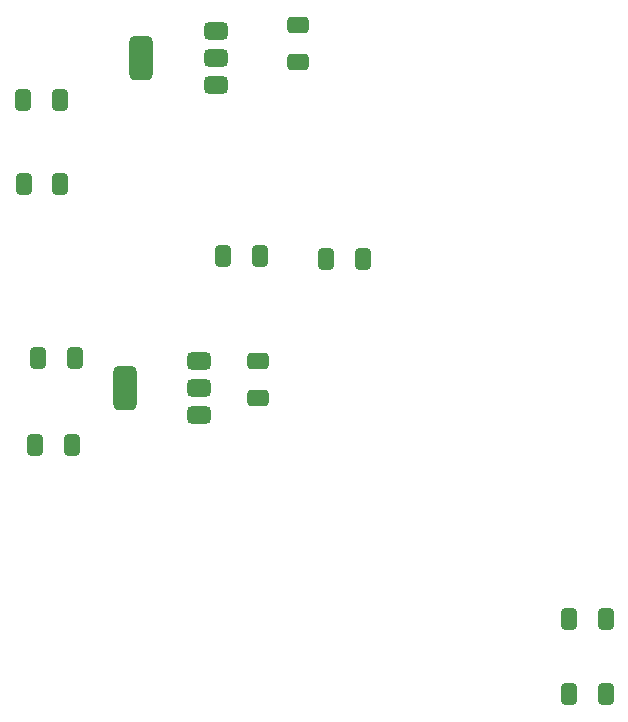
<source format=gbr>
%TF.GenerationSoftware,KiCad,Pcbnew,8.0.3*%
%TF.CreationDate,2024-11-19T22:25:58+01:00*%
%TF.ProjectId,weerstation-power,77656572-7374-4617-9469-6f6e2d706f77,rev?*%
%TF.SameCoordinates,Original*%
%TF.FileFunction,Paste,Bot*%
%TF.FilePolarity,Positive*%
%FSLAX46Y46*%
G04 Gerber Fmt 4.6, Leading zero omitted, Abs format (unit mm)*
G04 Created by KiCad (PCBNEW 8.0.3) date 2024-11-19 22:25:58*
%MOMM*%
%LPD*%
G01*
G04 APERTURE LIST*
G04 Aperture macros list*
%AMRoundRect*
0 Rectangle with rounded corners*
0 $1 Rounding radius*
0 $2 $3 $4 $5 $6 $7 $8 $9 X,Y pos of 4 corners*
0 Add a 4 corners polygon primitive as box body*
4,1,4,$2,$3,$4,$5,$6,$7,$8,$9,$2,$3,0*
0 Add four circle primitives for the rounded corners*
1,1,$1+$1,$2,$3*
1,1,$1+$1,$4,$5*
1,1,$1+$1,$6,$7*
1,1,$1+$1,$8,$9*
0 Add four rect primitives between the rounded corners*
20,1,$1+$1,$2,$3,$4,$5,0*
20,1,$1+$1,$4,$5,$6,$7,0*
20,1,$1+$1,$6,$7,$8,$9,0*
20,1,$1+$1,$8,$9,$2,$3,0*%
G04 Aperture macros list end*
%ADD10RoundRect,0.250000X-0.412500X-0.650000X0.412500X-0.650000X0.412500X0.650000X-0.412500X0.650000X0*%
%ADD11RoundRect,0.250000X0.412500X0.650000X-0.412500X0.650000X-0.412500X-0.650000X0.412500X-0.650000X0*%
%ADD12RoundRect,0.375000X0.625000X0.375000X-0.625000X0.375000X-0.625000X-0.375000X0.625000X-0.375000X0*%
%ADD13RoundRect,0.500000X0.500000X1.400000X-0.500000X1.400000X-0.500000X-1.400000X0.500000X-1.400000X0*%
%ADD14RoundRect,0.250000X0.650000X-0.412500X0.650000X0.412500X-0.650000X0.412500X-0.650000X-0.412500X0*%
G04 APERTURE END LIST*
D10*
%TO.C,C7*%
X58889500Y-55118000D03*
X62014500Y-55118000D03*
%TD*%
D11*
%TO.C,C2*%
X36316500Y-41682000D03*
X33191500Y-41682000D03*
%TD*%
%TO.C,C5*%
X37376500Y-70866000D03*
X34251500Y-70866000D03*
%TD*%
D12*
%TO.C,U1*%
X49530000Y-35814000D03*
X49530000Y-38114000D03*
D13*
X43230000Y-38114000D03*
D12*
X49530000Y-40414000D03*
%TD*%
D11*
%TO.C,C8*%
X53251500Y-54864000D03*
X50126500Y-54864000D03*
%TD*%
D14*
%TO.C,C4*%
X53086000Y-66840500D03*
X53086000Y-63715500D03*
%TD*%
D12*
%TO.C,U2*%
X48150000Y-63700000D03*
X48150000Y-66000000D03*
D13*
X41850000Y-66000000D03*
D12*
X48150000Y-68300000D03*
%TD*%
D11*
%TO.C,C6*%
X37630500Y-63500000D03*
X34505500Y-63500000D03*
%TD*%
%TO.C,C3*%
X36380000Y-48794000D03*
X33255000Y-48794000D03*
%TD*%
%TO.C,C10*%
X82550000Y-91948000D03*
X79425000Y-91948000D03*
%TD*%
D14*
%TO.C,C1*%
X56515000Y-38392500D03*
X56515000Y-35267500D03*
%TD*%
D11*
%TO.C,C9*%
X82550000Y-85550000D03*
X79425000Y-85550000D03*
%TD*%
M02*

</source>
